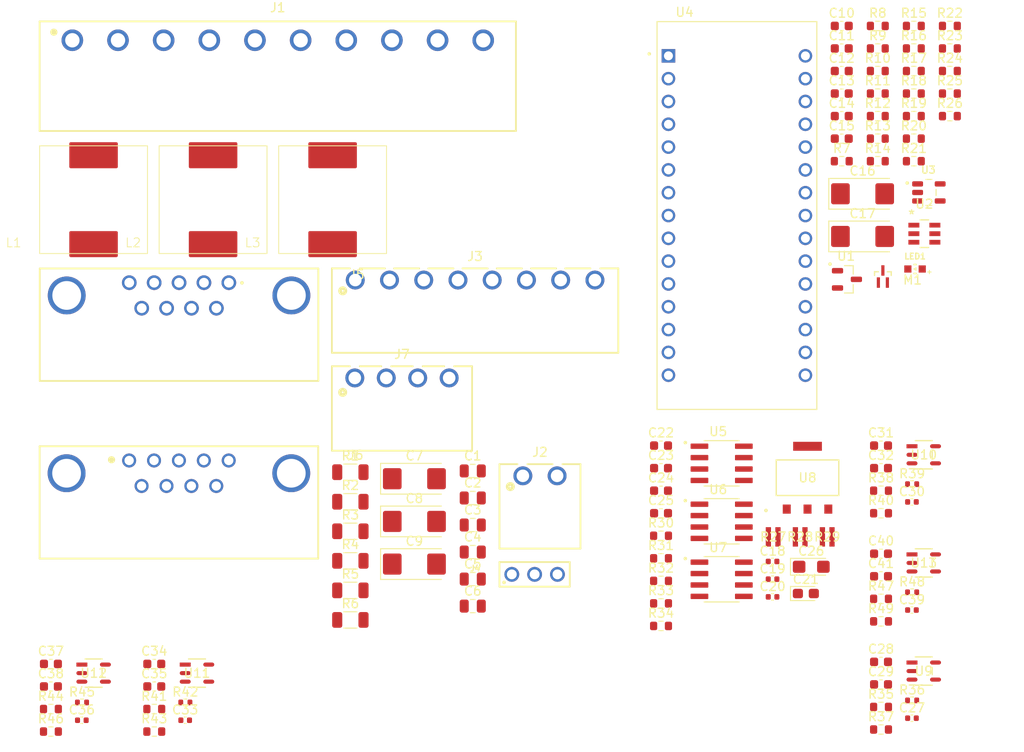
<source format=kicad_pcb>
(kicad_pcb (version 20241229) (generator "pcbnew") (generator_version "9.0")
  (layers (0 "F.Cu" signal) (2 "B.Cu" signal) (13 "F.Paste" user) (15 "B.Paste" user) (5 "F.SilkS" user "F.Silkscreen") (7 "B.SilkS" user "B.Silkscreen") (1 "F.Mask" user) (3 "B.Mask" user) (25 "Edge.Cuts" user))
  (net 0 "")
  (net 1 "/P5V_IN")
  (net 2 "/5V_RTN")
  (net 3 "/M5V_IN")
  (net 4 "/+12V_RTN")
  (net 5 "/P12V_IN")
  (net 6 "Net-(C7-Pad2)")
  (net 7 "Net-(C8-Pad1)")
  (net 8 "Net-(C9-Pad2)")
  (net 9 "/ARDUINO_CKT/A_REF")
  (net 10 "/P5V")
  (net 11 "/ARDUINO_CKT/3p3V")
  (net 12 "Net-(C15-Pad1)")
  (net 13 "/V_Bias_2")
  (net 14 "/V_Bias_1")
  (net 15 "/Telemetry_CKT/P3p3V")
  (net 16 "/A1")
  (net 17 "/A0")
  (net 18 "/A2")
  (net 19 "Net-(U8-SET)")
  (net 20 "Net-(U9--IN)")
  (net 21 "Net-(U9-OUT)")
  (net 22 "/A3")
  (net 23 "Net-(U10-OUT)")
  (net 24 "Net-(U10--IN)")
  (net 25 "/A4")
  (net 26 "Net-(U11-OUT)")
  (net 27 "Net-(U11--IN)")
  (net 28 "/A5")
  (net 29 "Net-(U12-OUT)")
  (net 30 "Net-(U12--IN)")
  (net 31 "/A6")
  (net 32 "Net-(U13-OUT)")
  (net 33 "Net-(U13--IN)")
  (net 34 "/A7")
  (net 35 "/V_TELEM_3_IN")
  (net 36 "/V_TELEM_1_IN")
  (net 37 "/V_TELEM_4_IN")
  (net 38 "/V_TELEM_2_IN")
  (net 39 "/V_TELEM_5_IN")
  (net 40 "/Enable+")
  (net 41 "/Enable-")
  (net 42 "/-5V")
  (net 43 "/+5V")
  (net 44 "/+12V")
  (net 45 "/Bias_Out")
  (net 46 "/DAC_V_OUT")
  (net 47 "/M5V_to_LOAD")
  (net 48 "GNDREF")
  (net 50 "/P5V_to_LOAD")
  (net 51 "/P12V_to_LOAD")
  (net 53 "Net-(L1-Pad1)")
  (net 54 "Net-(L2-Pad1)")
  (net 55 "Net-(L3-Pad1)")
  (net 56 "Net-(LED1-Pad2)")
  (net 57 "Net-(LED1-Pad1)")
  (net 58 "Net-(M1-Pad1)")
  (net 59 "/ARDUINO_CKT/MOSI")
  (net 60 "Net-(U2-DIN)")
  (net 61 "/ARDUINO_CKT/SCLK")
  (net 62 "Net-(U2-SCLK)")
  (net 63 "Net-(U2-*SYNC)")
  (net 64 "/ARDUINO_CKT/DAC_SYNC")
  (net 65 "Net-(U4-A1)")
  (net 66 "Net-(U4-A3)")
  (net 67 "Net-(U4-A5)")
  (net 68 "Net-(U4-A7)")
  (net 69 "Net-(U2-VOUT)")
  (net 70 "Net-(U4-A0)")
  (net 71 "Net-(U4-A2)")
  (net 72 "Net-(U4-A4)")
  (net 73 "Net-(U4-A6)")
  (net 74 "Net-(U4-D6)")
  (net 75 "Net-(U4-D5)")
  (net 76 "Net-(U4-D12)")
  (net 77 "Net-(U4-D8)")
  (net 78 "/ARDUINO_CKT/EN_Signal")
  (net 79 "Net-(U5-OUT)")
  (net 80 "Net-(U6-OUT)")
  (net 81 "Net-(U7-OUT)")
  (net 82 "Net-(U9-+IN)")
  (net 83 "Net-(U10-+IN)")
  (net 84 "Net-(U11-+IN)")
  (net 85 "Net-(U12-+IN)")
  (net 86 "Net-(U13-+IN)")
  (footprint "Foil_Resistors:RES_FCSL20_OHM-L" (layer "F.Cu") (at 154.7249 123.9573)
    (property "Reference" "R28" (at 0 0 0) (layer "F.SilkS"))
    (property "Value" "FCSL20R010FER")
    (pad "1" smd rect (at -0.5334 0) (size 0.5842 2.159) (layers "F.Cu" "F.Mask" "F.Paste") (net 50 "/P5V_to_LOAD"))
    (pad "2" smd rect (at 0.5334 0) (size 0.5842 2.159) (layers "F.Cu" "F.Mask" "F.Paste") (net 1 "/P5V_IN"))
  )
  (footprint "Capacitor_SMD:C_0603_1608Metric" (layer "F.Cu") (at 139.24 113.795)
    (property "Reference" "C22" (at 0 -1.43 0) (layer "F.SilkS"))
    (property "Value" "1uF")
    (pad "1" smd roundrect (at -0.775 0) (size 0.9 0.95) (layers "F.Cu" "F.Mask" "F.Paste") (net 16 "/A1"))
    (pad "2" smd roundrect (at 0.775 0) (size 0.9 0.95) (layers "F.Cu" "F.Mask" "F.Paste") (net 2 "/5V_RTN"))
  )
  (footprint "Texas Instruments:INA28x_8SOIC" (layer "F.Cu") (at 145.985 115.7675)
    (property "Reference" "U5" (at -0.385 -3.537 0) (layer "F.SilkS"))
    (property "Value" "INA28x")
    (pad "1" smd roundrect (at -2.47 -1.905) (size 1.97 0.6) (layers "F.Cu" "F.Mask" "F.Paste") (roundrect_rratio 0.125) (net 51 "/P12V_to_LOAD"))
    (pad "2" smd roundrect (at -2.47 -0.635) (size 1.97 0.6) (layers "F.Cu" "F.Mask" "F.Paste") (roundrect_rratio 0.125) (net 2 "/5V_RTN"))
    (pad "3" smd roundrect (at -2.47 0.635) (size 1.97 0.6) (layers "F.Cu" "F.Mask" "F.Paste") (roundrect_rratio 0.125) (net 2 "/5V_RTN"))
    (pad "4" smd roundrect (at -2.47 1.905) (size 1.97 0.6) (layers "F.Cu" "F.Mask" "F.Paste") (roundrect_rratio 0.125))
    (pad "5" smd roundrect (at 2.47 1.905) (size 1.97 0.6) (layers "F.Cu" "F.Mask" "F.Paste") (roundrect_rratio 0.125) (net 79 "Net-(U5-OUT)"))
    (pad "6" smd roundrect (at 2.47 0.635) (size 1.97 0.6) (layers "F.Cu" "F.Mask" "F.Paste") (roundrect_rratio 0.125) (net 15 "/Telemetry_CKT/P3p3V"))
    (pad "7" smd roundrect (at 2.47 -0.635) (size 1.97 0.6) (layers "F.Cu" "F.Mask" "F.Paste") (roundrect_rratio 0.125) (net 2 "/5V_RTN"))
    (pad "8" smd roundrect (at 2.47 -1.905) (size 1.97 0.6) (layers "F.Cu" "F.Mask" "F.Paste") (roundrect_rratio 0.125) (net 5 "/P12V_IN"))
  )
  (footprint "Wurth_Elektronik:742792903" (layer "F.Cu") (at 83.395 92.41)
    (property "Reference" "L2" (at -2.9 -1.2 0) (layer "F.SilkS") (effects (font (thickness 0.1))))
    (property "Value" "742792903")
    (pad "1" smd roundrect (at 6 -10.95) (size 5.4 2.9) (layers "F.Cu" "F.Mask" "F.Paste") (roundrect_rratio 0.055) (net 54 "Net-(L2-Pad1)"))
    (pad "2" smd roundrect (at 6 -1.05) (size 5.4 2.9) (layers "F.Cu" "F.Mask" "F.Paste") (roundrect_rratio 0.055) (net 3 "/M5V_IN"))
  )
  (footprint "Capacitor_SMD:C_0603_1608Metric" (layer "F.Cu") (at 163.72 140.385)
    (property "Reference" "C29" (at 0 -1.43 0) (layer "F.SilkS"))
    (property "Value" "1uF")
    (pad "1" smd roundrect (at -0.775 0) (size 0.9 0.95) (layers "F.Cu" "F.Mask" "F.Paste") (net 2 "/5V_RTN"))
    (pad "2" smd roundrect (at 0.775 0) (size 0.9 0.95) (layers "F.Cu" "F.Mask" "F.Paste") (net 22 "/A3"))
  )
  (footprint "Analog_Devices:S_5_ADI" (layer "F.Cu") (at 168.4748 114.818)
    (property "Reference" "U10" (at 0 0 0) (layer "F.SilkS"))
    (property "Value" "LTC2050HVCS5-TRMPBF")
    (pad "1" smd rect (at -1.31 -0.950001) (size 1.2192 0.4572) (layers "F.Cu" "F.Mask" "F.Paste") (net 23 "Net-(U10-OUT)"))
    (pad "2" smd oval (at -1.31 0) (size 1.2192 0.4572) (layers "F.Cu" "F.Mask" "F.Paste") (net 2 "/5V_RTN"))
    (pad "3" smd oval (at -1.31 0.950001) (size 1.2192 0.4572) (layers "F.Cu" "F.Mask" "F.Paste") (net 83 "Net-(U10-+IN)"))
    (pad "4" smd oval (at 1.31 0.950001) (size 1.2192 0.4572) (layers "F.Cu" "F.Mask" "F.Paste") (net 24 "Net-(U10--IN)"))
    (pad "5" smd oval (at 1.31 -0.950001) (size 1.2192 0.4572) (layers "F.Cu" "F.Mask" "F.Paste") (net 15 "/Telemetry_CKT/P3p3V"))
  )
  (footprint "Resistor_SMD:R_0603_1608Metric" (layer "F.Cu") (at 163.72 118.815)
    (property "Reference" "R38" (at 0 -1.43 0) (layer "F.SilkS"))
    (property "Value" "24.9")
    (pad "1" smd roundrect (at -0.825 0) (size 0.8 0.95) (layers "F.Cu" "F.Mask" "F.Paste") (net 38 "/V_TELEM_2_IN"))
    (pad "2" smd roundrect (at 0.825 0) (size 0.8 0.95) (layers "F.Cu" "F.Mask" "F.Paste") (net 83 "Net-(U10-+IN)"))
  )
  (footprint "Capacitor_SMD:C_0402_1005Metric" (layer "F.Cu") (at 167.16 132.105)
    (property "Reference" "C39" (at 0 -1.16 0) (layer "F.SilkS"))
    (property "Value" "0.1uF")
    (pad "1" smd roundrect (at -0.48 0) (size 0.56 0.62) (layers "F.Cu" "F.Mask" "F.Paste") (net 33 "Net-(U13--IN)"))
    (pad "2" smd roundrect (at 0.48 0) (size 0.56 0.62) (layers "F.Cu" "F.Mask" "F.Paste") (net 32 "Net-(U13-OUT)"))
  )
  (footprint "Resistor_SMD:R_0603_1608Metric" (layer "F.Cu") (at 163.36 82.125)
    (property "Reference" "R14" (at 0 -1.43 0) (layer "F.SilkS"))
    (property "Value" "24.9")
    (pad "1" smd roundrect (at -0.825 0) (size 0.8 0.95) (layers "F.Cu" "F.Mask" "F.Paste") (net 69 "Net-(U2-VOUT)"))
    (pad "2" smd roundrect (at 0.825 0) (size 0.8 0.95) (layers "F.Cu" "F.Mask" "F.Paste") (net 12 "Net-(C15-Pad1)"))
  )
  (footprint "Resistor_SMD:R_0603_1608Metric" (layer "F.Cu") (at 167.37 77.105)
    (property "Reference" "R19" (at 0 -1.43 0) (layer "F.SilkS"))
    (property "Value" "24.9")
    (pad "1" smd roundrect (at -0.825 0) (size 0.8 0.95) (layers "F.Cu" "F.Mask" "F.Paste") (net 12 "Net-(C15-Pad1)"))
    (pad "2" smd roundrect (at 0.825 0) (size 0.8 0.95) (layers "F.Cu" "F.Mask" "F.Paste") (net 46 "/DAC_V_OUT"))
  )
  (footprint "Capacitor_SMD:C_0603_1608Metric" (layer "F.Cu") (at 159.35 72.085)
    (property "Reference" "C12" (at 0 -1.43 0) (layer "F.SilkS"))
    (property "Value" "1uF")
    (pad "1" smd roundrect (at -0.775 0) (size 0.9 0.95) (layers "F.Cu" "F.Mask" "F.Paste") (net 9 "/ARDUINO_CKT/A_REF"))
    (pad "2" smd roundrect (at 0.775 0) (size 0.9 0.95) (layers "F.Cu" "F.Mask" "F.Paste") (net 2 "/5V_RTN"))
  )
  (footprint "Capacitor_SMD:C_0402_1005Metric" (layer "F.Cu") (at 151.65 128.665)
    (property "Reference" "C19" (at 0 -1.16 0) (layer "F.SilkS"))
    (property "Value" "0.1uF")
    (pad "1" smd roundrect (at -0.48 0) (size 0.56 0.62) (layers "F.Cu" "F.Mask" "F.Paste") (net 15 "/Telemetry_CKT/P3p3V"))
    (pad "2" smd roundrect (at 0.48 0) (size 0.56 0.62) (layers "F.Cu" "F.Mask" "F.Paste") (net 2 "/5V_RTN"))
  )
  (footprint "Analog_Devices:S_5_ADI" (layer "F.Cu") (at 168.4748 126.858)
    (property "Reference" "U13" (at 0 0 0) (layer "F.SilkS"))
    (property "Value" "LTC2050HVCS5-TRMPBF")
    (pad "1" smd rect (at -1.31 -0.950001) (size 1.2192 0.4572) (layers "F.Cu" "F.Mask" "F.Paste") (net 32 "Net-(U13-OUT)"))
    (pad "2" smd oval (at -1.31 0) (size 1.2192 0.4572) (layers "F.Cu" "F.Mask" "F.Paste") (net 2 "/5V_RTN"))
    (pad "3" smd oval (at -1.31 0.950001) (size 1.2192 0.4572) (layers "F.Cu" "F.Mask" "F.Paste") (net 86 "Net-(U13-+IN)"))
    (pad "4" smd oval (at 1.31 0.950001) (size 1.2192 0.4572) (layers "F.Cu" "F.Mask" "F.Paste") (net 33 "Net-(U13--IN)"))
    (pad "5" smd oval (at 1.31 -0.950001) (size 1.2192 0.4572) (layers "F.Cu" "F.Mask" "F.Paste") (net 15 "/Telemetry_CKT/P3p3V"))
  )
  (footprint "Capacitor_SMD:C_0603_1608Metric" (layer "F.Cu") (at 159.35 69.575)
    (property "Reference" "C11" (at 0 -1.43 0) (layer "F.SilkS"))
    (property "Value" "0.1uF")
    (pad "1" smd roundrect (at -0.775 0) (size 0.9 0.95) (layers "F.Cu" "F.Mask" "F.Paste") (net 9 "/ARDUINO_CKT/A_REF"))
    (pad "2" smd roundrect (at 0.775 0) (size 0.9 0.95) (layers "F.Cu" "F.Mask" "F.Paste") (net 2 "/5V_RTN"))
  )
  (footprint "Resistor_SMD:R_0603_1608Metric" (layer "F.Cu") (at 71.35 143.125)
    (property "Reference" "R44" (at 0 -1.43 0) (layer "F.SilkS"))
    (property "Value" "24.9")
    (pad "1" smd roundrect (at -0.825 0) (size 0.8 0.95) (layers "F.Cu" "F.Mask" "F.Paste") (net 37 "/V_TELEM_4_IN"))
    (pad "2" smd roundrect (at 0.825 0) (size 0.8 0.95) (layers "F.Cu" "F.Mask" "F.Paste") (net 85 "Net-(U12-+IN)"))
  )
  (footprint "Capacitor_SMD:C_0402_1005Metric" (layer "F.Cu") (at 151.65 126.695)
    (property "Reference" "C18" (at 0 -1.16 0) (layer "F.SilkS"))
    (property "Value" "0.1uF")
    (pad "1" smd roundrect (at -0.48 0) (size 0.56 0.62) (layers "F.Cu" "F.Mask" "F.Paste") (net 15 "/Telemetry_CKT/P3p3V"))
    (pad "2" smd roundrect (at 0.48 0) (size 0.56 0.62) (layers "F.Cu" "F.Mask" "F.Paste") (net 2 "/5V_RTN"))
  )
  (footprint "Analog_Dev:SOT-3_ST_LIT" (layer "F.Cu") (at 155.541 117.3707)
    (property "Reference" "U8" (at 0 0 0) (layer "F.SilkS"))
    (property "Value" "LT3080EST-PBF")
    (pad "1" smd rect (at -2.3114 3.4925) (size 0.889 1.016) (layers "F.Cu" "F.Mask" "F.Paste") (net 19 "Net-(U8-SET)"))
    (pad "2" smd rect (at 0 3.4925) (size 0.889 1.016) (layers "F.Cu" "F.Mask" "F.Paste") (net 15 "/Telemetry_CKT/P3p3V"))
    (pad "3" smd rect (at 2.3114 3.4925) (size 0.889 1.016) (layers "F.Cu" "F.Mask" "F.Paste") (net 1 "/P5V_IN"))
    (pad "4" smd rect (at 0 -3.5) (size 3.2 1) (layers "F.Cu" "F.Mask" "F.Paste") (net 15 "/Telemetry_CKT/P3p3V"))
  )
  (footprint "Resistor_SMD:R_0402_1005Metric" (layer "F.Cu") (at 86.31 142.395)
    (property "Reference" "R42" (at 0 -1.17 0) (layer "F.SilkS"))
    (property "Value" "10k")
    (pad "1" smd roundrect (at -0.51 0) (size 0.54 0.64) (layers "F.Cu" "F.Mask" "F.Paste") (net 27 "Net-(U11--IN)"))
    (pad "2" smd roundrect (at 0.51 0) (size 0.54 0.64) (layers "F.Cu" "F.Mask" "F.Paste") (net 26 "Net-(U11-OUT)"))
  )
  (footprint "Analog_Devices:S_5_ADI" (layer "F.Cu") (at 168.4748 138.898)
    (property "Reference" "U9" (at 0 0 0) (layer "F.SilkS"))
    (property "Value" "LTC2050HVCS5-TRMPBF")
    (pad "1" smd rect (at -1.31 -0.950001) (size 1.2192 0.4572) (layers "F.Cu" "F.Mask" "F.Paste") (net 21 "Net-(U9-OUT)"))
    (pad "2" smd oval (at -1.31 0) (size 1.2192 0.4572) (layers "F.Cu" "F.Mask" "F.Paste") (net 2 "/5V_RTN"))
    (pad "3" smd oval (at -1.31 0.950001) (size 1.2192 0.4572) (layers "F.Cu" "F.Mask" "F.Paste") (net 82 "Net-(U9-+IN)"))
    (pad "4" smd oval (at 1.31 0.950001) (size 1.2192 0.4572) (layers "F.Cu" "F.Mask" "F.Paste") (net 20 "Net-(U9--IN)"))
    (pad "5" smd oval (at 1.31 -0.950001) (size 1.2192 0.4572) (layers "F.Cu" "F.Mask" "F.Paste") (net 15 "/Telemetry_CKT/P3p3V"))
  )
  (footprint "Wurth_Elektronik:WL-SMCW_0603" (layer "F.Cu") (at 167.505 94.13)
    (property "Reference" "LED1" (at 0 -1.4064 0) (layer "F.SilkS") (effects (font (size 0.64 0.64))))
    (property "Value" "150060VS75000")
    (fp_text user "+" (at 1.6 0.3 0) (layer "F.SilkS") (effects (font (size 0.48 0.48))))
    (pad "1" smd rect (at -0.8 0) (size 0.8 0.8) (layers "F.Cu" "F.Mask" "F.Paste") (net 57 "Net-(LED1-Pad1)"))
    (pad "2" smd rect (at 0.8 0) (size 0.8 0.8) (layers "F.Cu" "F.Mask" "F.Paste") (net 56 "Net-(LED1-Pad2)"))
  )
  (footprint "Capacitor_SMD:C_0402_1005Metric" (layer "F.Cu") (at 151.65 130.635)
    (property "Reference" "C20" (at 0 -1.16 0) (layer "F.SilkS"))
    (property "Value" "0.1uF")
    (pad "1" smd roundrect (at -0.48 0) (size 0.56 0.62) (layers "F.Cu" "F.Mask" "F.Paste") (net 15 "/Telemetry_CKT/P3p3V"))
    (pad "2" smd roundrect (at 0.48 0) (size 0.56 0.62) (layers "F.Cu" "F.Mask" "F.Paste") (net 2 "/5V_RTN"))
  )
  (footprint "Wurth_Elektronik:742792903" (layer "F.Cu") (at 70.095 92.41)
    (property "Reference" "L1" (at -2.9 -1.2 0) (layer "F.SilkS") (effects (font (thickness 0.1))))
    (property "Value" "742792903")
    (pad "1" smd roundrect (at 6 -10.95) (size 5.4 2.9) (layers "F.Cu" "F.Mask" "F.Paste") (roundrect_rratio 0.055) (net 53 "Net-(L1-Pad1)"))
    (pad "2" smd roundrect (at 6 -1.05) (size 5.4 2.9) (layers "F.Cu" "F.Mask" "F.Paste") (roundrect_rratio 0.055) (net 1 "/P5V_IN"))
  )
  (footprint "Capacitor_Tantalum_SMD:CP_EIA-3216-12_Kemet-S" (layer "F.Cu") (at 155.955 127.285)
    (property "Reference" "C26" (at 0 -1.75 0) (layer "F.SilkS"))
    (property "Value" "2.2uF")
    (pad "1" smd roundrect (at -1.35 0) (size 1.4 1.35) (layers "F.Cu" "F.Mask" "F.Paste") (roundrect_rratio 0.185185) (net 15 "/Telemetry_CKT/P3p3V"))
    (pad "2" smd roundrect (at 1.35 0) (size 1.4 1.35) (layers "F.Cu" "F.Mask" "F.Paste") (roundrect_rratio 0.185185) (net 2 "/5V_RTN"))
  )
  (footprint "Resistor_SMD:R_0603_1608Metric" (layer "F.Cu") (at 167.37 69.575)
    (property "Reference" "R16" (at 0 -1.43 0) (layer "F.SilkS"))
    (property "Value" "24.9")
    (pad "1" smd roundrect (at -0.825 0) (size 0.8 0.95) (layers "F.Cu" "F.Mask" "F.Paste") (net 18 "/A2"))
    (pad "2" smd roundrect (at 0.825 0) (size 0.8 0.95) (layers "F.Cu" "F.Mask" "F.Paste") (net 71 "Net-(U4-A2)"))
  )
  (footprint "Resistor_SMD:R_0603_1608Metric" (layer "F.Cu") (at 139.24 126.345)
    (property "Reference" "R31" (at 0 -1.43 0) (layer "F.SilkS"))
    (property "Value" "24.9")
    (pad "1" smd roundrect (at -0.825 0) (size 0.8 0.95) (layers "F.Cu" "F.Mask" "F.Paste") (net 80 "Net-(U6-OUT)"))
    (pad "2" smd roundrect (at 0.825 0) (size 0.8 0.95) (layers "F.Cu" "F.Mask" "F.Paste") (net 17 "/A0"))
  )
  (footprint "Capacitor_SMD:C_0603_1608Metric" (layer "F.Cu") (at 139.24 118.815)
    (property "Reference" "C24" (at 0 -1.43 0) (layer "F.SilkS"))
    (property "Value" "1uF")
    (pad "1" smd roundrect (at -0.775 0) (size 0.9 0.95) (layers "F.Cu" "F.Mask" "F.Paste") (net 18 "/A2"))
    (pad "2" smd roundrect (at 0.775 0) (size 0.9 0.95) (layers "F.Cu" "F.Mask" "F.Paste") (net 2 "/5V_RTN"))
  )
  (footprint "Wurth_Elektronik:61300311121" (layer "F.Cu") (at 125.175 128.13)
    (property "Reference" "J4" (at -6.6096 -0.6625 0) (layer "F.SilkS") (effects (font (size 0.64 0.64))))
    (property "Value" "61300311121")
    (pad "1" thru_hole circle (at -2.54 0) (size 1.65 1.65) (drill 1.1) (layers "*.Cu" "*.Mask") (net 14 "/V_Bias_1"))
    (pad "2" thru_hole circle (at 0 0) (size 1.65 1.65) (drill 1.1) (layers "*.Cu" "*.Mask") (net 45 "/Bias_Out"))
    (pad "3" thru_hole circle (at 2.54 0) (size 1.65 1.65) (drill 1.1) (layers "*.Cu" "*.Mask") (net 46 "/DAC_V_OUT"))
  )
  (footprint "Wurth_Elektronik:691322310002" (layer "F.Cu") (at 125.77 117.16)
    (property "Reference" "J2" (at 0 -2.635 0) (layer "F.SilkS"))
    (property "Value" "691322310002")
    (pad "1" thru_hole circle (at -1.905 0) (size 2.1 2.1) (drill 1.4) (layers "*.Cu" "*.Mask") (net 41 "/Enable-"))
    (pad "2" thru_hole circle (at 1.905 0) (size 2.1 2.1) (drill 1.4) (layers "*.Cu" "*.Mask") (net 40 "/Enable+"))
  )
  (footprint "Capacitor_Tantalum_SMD:CP_EIA-2012-12_Kemet-R" (layer "F.Cu") (at 155.355 130.265)
    (property "Reference" "C21" (at 0 -1.58 0) (layer "F.SilkS"))
    (property "Value" "1uF")
    (pad "1" smd roundrect (at -0.8875 0) (size 1.125 1.05) (layers "F.Cu" "F.Mask" "F.Paste") (roundrect_rratio 0.238095) (net 1 "/P5V_IN"))
    (pad "2" smd roundrect (at 0.8875 0) (size 1.125 1.05) (layers "F.Cu" "F.Mask" "F.Paste") (roundrect_rratio 0.238095) (net 2 "/5V_RTN"))
  )
  (footprint "Resistor_SMD:R_0603_1608Metric" (layer "F.Cu") (at 163.72 121.325)
    (property "Reference" "R40" (at 0 -1.43 0) (layer "F.SilkS"))
    (property "Value" "24.9")
    (pad "1" smd roundrect (at -0.825 0) (size 0.8 0.95) (layers "F.Cu" "F.Mask" "F.Paste") (net 23 "Net-(U10-OUT)"))
    (pad "2" smd roundrect (at 0.825 0) (size 0.8 0.95) (layers "F.Cu" "F.Mask" "F.Paste") (net 25 "/A4"))
  )
  (footprint "Capacitor_SMD:C_0805_2012Metric" (layer "F.Cu") (at 118.29 131.665)
    (property "Reference" "C6" (at 0 -1.68 0) (layer "F.SilkS"))
    (property "Value" "1uF")
    (pad "1" smd roundrect (at -0.95 0) (size 1 1.45) (layers "F.Cu" "F.Mask" "F.Paste") (net 4 "/+12V_RTN"))
    (pad "2" smd roundrect (at 0.95 0) (size 1 1.45) (layers "F.Cu" "F.Mask" "F.Paste") (net 5 "/P12V_IN"))
  )
  (footprint "Resistor_SMD:R_0603_1608Metric" (layer "F.Cu") (at 171.38 69.575)
    (property "Reference" "R23" (at 0 -1.43 0) (layer "F.SilkS"))
    (property "Value" "1.2k")
    (pad "1" smd roundrect (at -0.825 0) (size 0.8 0.95) (layers "F.Cu" "F.Mask" "F.Paste") (net 77 "Net-(U4-D8)"))
    (pad "2" smd roundrect (at 0.825 0) (size 0.8 0.95) (layers "F.Cu" "F.Mask" "F.Paste") (net 78 "/ARDUINO_CKT/EN_Signal"))
  )
  (footprint "Resistor_SMD:R_1206_3216Metric" (layer "F.Cu") (at 104.67 116.755)
    (property "Reference" "R1" (at 0 -1.82 0) (layer "F.SilkS"))
    (property "Value" "1")
    (pad "1" smd roundrect (at -1.4625 0) (size 1.125 1.75) (layers "F.Cu" "F.Mask" "F.Paste") (roundrect_rratio 0.222222) (net 43 "/+5V"))
    (pad "2" smd roundrect (at 1.4625 0) (size 1.125 1.75) (layers "F.Cu" "F.Mask" "F.Paste") (roundrect_rratio 0.222222) (net 53 "Net-(L1-Pad1)"))
  )
  (footprint "Resistor_SMD:R_0603_1608Metric" (layer "F.Cu") (at 163.72 145.405)
    (property "Reference" "R37" (at 0 -1.43 0) (layer "F.SilkS"))
    (property "Value" "24.9")
    (pad "1" smd roundrect (at -0.825 0) (size 0.8 0.95) (layers "F.Cu" "F.Mask" "F.Paste") (net 21 "Net-(U9-OUT)"))
    (pad "2" smd roundrect (at 0.825 0) (size 0.8 0.95) (layers "F.Cu" "F.Mask" "F.Paste") (net 22 "/A3"))
  )
  (footprint "Capacitor_SMD:C_0603_1608Metric" (layer "F.Cu") (at 82.85 140.615)
    (property "Reference" "C35" (at 0 -1.43 0) (layer "F.SilkS"))
    (property "Value" "1uF")
    (pad "1" smd roundrect (at -0.775 0) (size 0.9 0.95) (layers "F.Cu" "F.Mask" "F.Paste") (net 2 "/5V_RTN"))
    (pad "2" smd roundrect (at 0.775 0) (size 0.9 0.95) (layers "F.Cu" "F.Mask" "F.Paste") (net 28 "/A5"))
  )
  (footprint "Resistor_SMD:R_0603_1608Metric" (layer "F.Cu") (at 167.37 82.125)
    (property "Reference" "R21" (at 0 -1.43 0) (layer "F.SilkS"))
    (property "Value" "24.9")
    (pad "1" smd roundrect (at -0.825 0) (size 0.8 0.95) (layers "F.Cu" "F.Mask" "F.Paste") (net 75 "Net-(U4-D5)"))
    (pad "2" smd roundrect (at 0.825 0) (size 0.8 0.95) (layers "F.Cu" "F.Mask" "F.Paste") (net 13 "/V_Bias_2"))
  )
  (footprint "Capacitor_SMD:C_0603_1608Metric" (layer "F.Cu") (at 163.72 137.875)
    (property "Reference" "C28" (at 0 -1.43 0) (layer "F.SilkS"))
    (property "Value" "0.1uF")
    (pad "1" smd roundrect (at -0.775 0) (size 0.9 0.95) (layers "F.Cu" "F.Mask" "F.Paste") (net 15 "/Telemetry_CKT/P3p3V"))
    (pad "2" smd roundrect (at 0.775 0) (size 0.9 0.95) (layers "F.Cu" "F.Mask" "F.Paste") (net 2 "/5V_RTN"))
  )
  (footprint "Resistor_SMD:R_0603_1608Metric" (layer "F.Cu") (at 163.36 74.595)
    (property "Reference" "R11" (at 0 -1.43 0) (layer "F.SilkS"))
    (property "Value" "24.9")
    (pad "1" smd roundrect (at -0.825 0) (size 0.8 0.95) (layers "F.Cu" "F.Mask" "F.Paste") (net 22 "/A3"))
    (pad "2" smd roundrect (at 0.825 0) (size 0.8 0.95) (layers "F.Cu" "F.Mask" "F.Paste") (net 66 "Net-(U4-A3)"))
  )
  (footprint "Resistor_SMD:R_1206_3216Metric" (layer "F.Cu") (at 104.67 123.335)
    (property "Reference" "R3" (at 0 -1.82 0) (layer "F.SilkS"))
    (property "Value" "1")
    (pad "1" smd roundrect (at -1.4625 0) (size 1.125 1.75) (layers "F.Cu" "F.Mask" "F.Paste") (roundrect_rratio 0.222222) (net 44 "/+12V"))
    (pad "2" smd roundrect (at 1.4625 0) (size 1.125 1.75) (layers "F.Cu" "F.Mask" "F.Paste") (roundrect_rratio 0.222222) (net 55 "Net-(L3-Pad1)"))
  )
  (footprint "Resistor_SMD:R_0402_1005Metric" (layer "F.Cu") (at 167.18 118.085)
    (property "Reference" "R39" (at 0 -1.17 0) (layer "F.SilkS"))
    (property "Value" "10k")
    (pad "1" smd roundrect (at -0.51 0) (size 0.54 0.64) (layers "F.Cu" "F.Mask" "F.Paste") (net 24 "Net-(U10--IN)"))
    (pad "2" smd roundrect (at 0.51 0) (size 0.54 0.64) (layers "F.Cu" "F.Mask" "F.Paste") (net 23 "Net-(U10-OUT)"))
  )
  (footprint "Resistor_SMD:R_0603_1608Metric" (layer "F.Cu") (at 139.24 128.855)
    (property "Reference" "R32" (at 0 -1.43 0) (layer "F.SilkS"))
    (property "Value" "24.9")
    (pad "1" smd roundrect (at -0.825 0) (size 0.8 0.95) (layers "F.Cu" "F.Mask" "F.Paste") (net 81 "Net-(U7-OUT)"))
    (pad "2" smd roundrect (at 0.825 0) (size 0.8 0.95) (layers "F.Cu" "F.Mask" "F.Paste") (net 18 "/A2"))
  )
  (footprint "Texas Instruments:MK06A" (layer "F.Cu") (at 168.5432 90.1969)
    (property "Reference" "U2" (at 0 -3.302 0) (layer "F.SilkS"))
    (property "Value" "DAC121S101CIMKX/NOPB")
    (fp_text user "*" (at -1.4224 -2.1057 0) (layer "F.SilkS"))
    (pad "1" smd rect (at -1.1684 -0.950001) (size 1.2192 0.5334) (layers "F.Cu" "F.Mask" "F.Paste") (net 69 "Net-(U2-VOUT)"))
    (pad "2" smd rect (at -1.1684 0) (size 1.2192 0.5334) (layers "F.Cu" "F.Mask" "F.Paste") (net 2 "/5V_RTN"))
    (pad "3" smd rect (at -1.1684 0.950001) (size 1.2192 0.5334) (layers "F.Cu" "F.Mask" "F.Paste") (net 10 "/P5V"))
    (pad "4" smd rect (at 1.1684 0.950001) (size 1.2192 0.5334) (layers "F.Cu" "F.Mask" "F.Paste") (net 60 "Net-(U2-DIN)"))
    (pad "5" smd rect (at 1.1684 0) (size 1.2192 0.5334) (layers "F.Cu" "F.Mask" "F.Paste") (net 62 "Net-(U2-SCLK)"))
    (pad "6" smd rect (at 1.1684 -0.950001) (size 1.2192 0.5334) (layers "F.Cu" "F.Mask" "F.Paste") (net 63 "Net-(U2-*SYNC)"))
  )
  (footprint "Analog_Dev:AD1584ARTZ-Reel7" (layer "F.Cu") (at 159.926978 95.281978)
    (property "Reference" "U1" (at -0.0921 -2.5871 0) (layer "F.SilkS"))
    (property "Value" "AD1584ARTZ-REEL7")
    (pad "1" smd roundrect (at -1.05 -0.96) (size 1.25 0.61) (layers "F.Cu" "F.Mask" "F.Paste") (net 9 "/ARDUINO_CKT/A_REF"))
    (pad "2" smd roundrect (at -1.05 0.96) (size 1.25 0.61) (layers "F.Cu" "F.Mask" "F.Paste") (net 2 "/5V_RTN"))
    (pad "3" smd roundrect (at 1.05 0) (size 1.25 0.61) (layers "F.Cu" "F.Mask" "F.Paste") (net 10 "/P5V"))
  )
  (footprint "Resistor_SMD:R_0603_1608Metric" (layer "F.Cu") (at 163.36 69.575)
    (property "Reference" "R9" (at 0 -1.43 0) (layer "F.SilkS"))
    (property "Value" "24.9")
    (pad "1" smd roundrect (at -0.825 0) (size 0.8 0.95) (layers "F.Cu" "F.Mask" "F.Paste") (net 64 "/ARDUINO_CKT/DAC_SYNC"))
    (pad "2" smd roundrect (at 0.825 0) (size 0.8 0.95) (layers "F.Cu" "F.Mask" "F.Paste") (net 63 "Net-(U2-*SYNC)"))
  )
  (footprint "Resistor_SMD:R_0603_1608Metric" (layer "F.Cu") (at 163.36 72.085)
    (property "Reference" "R10" (at 0 -1.43 0) (layer "F.SilkS"))
    (property "Value" "24.9")
    (pad "1" smd roundrect (at -0.825 0) (size 0.8 0.95) (layers "F.Cu" "F.Mask" "F.Paste") (net 16 "/A1"))
    (pad "2" smd roundrect (at 0.825 0) (size 0.8 0.95) (layers "F.Cu" "F.Mask" "F.Paste") (net 65 "Net-(U4-A1)"))
  )
  (footprint "Resistor_SMD:R_0603_1608Metric" (layer "F.Cu") (at 171.38 67.065)
    (property "Reference" "R22" (at 0 -1.43 0) (layer "F.SilkS"))
    (property "Value" "634")
    (pad "1" smd roundrect (at -0.825 0) (size 0.8 0.95) (layers "F.Cu" "F.Mask" "F.Paste") (net 76 "Net-(U4-D12)"))
    (pad "2" smd roundrect (at 0.825 0) (size 0.8 0.95) (layers "F.Cu" "F.Mask" "F.Paste") (net 58 "Net-(M1-Pad1)"))
  )
  (footprint "Resistor_SMD:R_0402_1005Metric" (layer "F.Cu") (at 167.18 130.125)
    (property "Reference" "R48" (at 0 -1.17 0) (layer "F.SilkS"))
    (property "Value" "10k")
    (pad "1" smd roundrect (at -0.51 0) (size 0.54 0.64) (layers "F.Cu" "F.Mask" "F.Paste") (net 33 "Net-(U13--IN)"))
    (pad "2" smd roundrect (at 0.51 0) (size 0.54 0.64) (layers "F.Cu" "F.Mask" "F.Paste") (net 32 "Net-(U13-OUT)"))
  )
  (footprint "Capacitor_SMD:C_0603_1608Metric" (layer "F.Cu") (at 71.35 138.105)
    (property "Reference" "C37" (at 0 -1.43 0) (layer "F.SilkS"))
    (property "Value" "0.1uF")
    (pad "1" smd roundrect (at -0.775 0) (size 0.9 0.95) (layers "F.Cu" "F.Mask" "F.Paste") (net 15 "/Telemetry_CKT/P3p3V"))
    (pad "2" smd roundrect (at 0.775 0) (size 0.9 0.95) (layers "F.Cu" "F.Mask" "F.Paste") (net 2 "/5V_RTN"))
  )
  (footprint "Resistor_SMD:R_0603_1608Metric" (layer "F.Cu") (at 163.72 142.895)
    (property "Reference" "R35" (at 0 -1.43 0) (layer "F.SilkS"))
    (property "Value" "24.9")
    (pad "1" smd roundrect (at -0.825 0) (size 0.8 0.95) (layers "F.Cu" "F.Mask" "F.Paste") (net 36 "/V_TELEM_1_IN"))
    (pad "2" smd roundrect (at 0.825 0) (size 0.8 0.95) (layers "F.Cu" "F.Mask" "F.Paste") (net 82 "Net-(U9-+IN)"))
  )
  (footprint "Resistor_SMD:R_0603_1608Metric" (layer "F.Cu") (at 139.24 133.875)
    (property "Reference" "R34" (at 0 -1.43 0) (layer "F.SilkS"))
    (property "Value" "(DNI)")
    (pad "1" smd roundrect (at -0.825 0) (size 0.8 0.95) (layers "F.Cu" "F.Mask" "F.Paste") (net 15 "/Telemetry_CKT/P3p3V"))
    (pad "2" smd roundrect (at 0.825 0) (size 0.8 0.95) (layers "F.Cu" "F.Mask" "F.Paste") (net 2 "/5V_RTN"))
  )
  (footprint "Resistor_SMD:R_0402_1005Metric" (layer "F.Cu") (at 74.81 142.395)
    (property "Reference" "R45" (at 0 -1.17 0) (layer "F.SilkS"))
    (property "Value" "10k")
    (pad "1" smd roundrect (at -0.51 0) (size 0.54 0.64) (layers "F.Cu" "F.Mask" "F.Paste") (net 30 "Net-(U12--IN)"))
    (pad "2" smd roundrect (at 0.51 0) (size 0.54 0.64) (layers "F.Cu" "F.Mask" "F.Paste") (net 29 "Net-(U12-OUT)"))
  )
  (footprint "Wurth_Elektronik:691322310008" (layer "F.Cu") (at 118.55 95.36)
    (property "Reference" "J3" (at 0 -2.635 0) (layer "F.SilkS"))
    (property "Value" "691322310008")
    (pad "1" thru_hole circle (at -13.335 0) (size 2.1 2.1) (drill 1.4) (layers "*.Cu" "*.Mask") (net 44 "/+12V"))
    (pad "2" thru_hole circle (at -9.525 0) (size 2.1 2.1) (drill 1.4) (layers "*.Cu" "*.Mask") (net 4 "/+12V_RTN"))
    (pad "3" thru_hole circle (at -5.715 0) (size 2.1 2.1) (drill 1.4) (layers "*.Cu" "*.Mask") (net 44 "/+12V"))
    (pad "4" thru_hole circle (at -1.905 0) (size 2.1 2.1) (drill 1.4) (layers "*.Cu" "*.Mask") (net 4 "/+12V_RTN"))
    (pad "5" thru_hole circle (at 1.905 0) (size 2.1 2.1) (drill 1.4) (layers "*.Cu" "*.Mask") (net 42 "/-5V"))
    (pad "6" thru_hole circle (at 5.715 0) (size 2.1 2.1) (drill 1.4) (layers "*.Cu" "*.Mask") (net 2 "/5V_RTN"))
    (pad "7" thru_hole circle (at 9.525 0) (size 2.1 2.1) (drill 1.4) (layers "*.Cu" "*.Mask") (net 43 "/+5V"))
    (pad "8" thru_hole circle (at 13.335 0) (size 2.1 2.1) (drill 1.4) (layers "*.Cu" "*.Mask") (net 2 "/5V_RTN"))
  )
  (footprint "ARDUINO:A000005" (layer "F.Cu") (at 147.685 88.175)
    (property "Reference" "U4" (at -5.825 -22.635 0) (layer "F.SilkS"))
    (property "Value" "A000005")
    (pad "" np_thru_hole circle (at -7.62 -20.32) (size 1.651 1.651) (drill 1.651) (layers "*.Cu" "*.Mask"))
    (pad "" np_thru_hole circle (at -7.62 20.32) (size 1.651 1.651) (drill 1.651) (layers "*.Cu" "*.Mask"))
    (pad "" np_thru_hole circle (at 7.62 -20.32) (size 1.651 1.651) (drill 1.651) (layers "*.Cu" "*.Mask"))
    (pad "" np_thru_hole circle (at 7.62 20.32) (size 1.651 1.651) (drill 1.651) (layers "*.Cu" "*.Mask"))
    (pad "1" thru_hole rect (at -7.62 -17.78) (size 1.508 1.508) (drill 1) (layers "*.Cu" "*.Mask"))
    (pad "2" thru_hole circle (at -7.62 -15.24) (size 1.508 1.508) (drill 1) (layers "*.Cu" "*.Mask"))
    (pad "3" thru_hole circle (at -7.62 -12.7) (size 1.508 1.508) (drill 1) (layers "*.Cu" "*.Mask"))
    (pad "4" thru_hole circle (at -7.62 -10.16) (size 1.508 1.508) (drill 1) (layers "*.Cu" "*.Mask") (net 2 "/5V_RTN"))
    (pad "5" thru_hole circle (at -7.62 -7.62) (size 1.508 1.508) (drill 1) (layers "*.Cu" "*.Mask"))
    (pad "6" thru_hole circle (at -7.62 -5.08) (size 1.508 1.508) (drill 1) (layers "*.Cu" "*.Mask"))
    (pad "7" thru_hole circle (at -7.62 -2.54) (size 1.508 1.508) (drill 1) (layers "*.Cu" "*.Mask"))
    (pad "8" thru_hole circle (at -7.62 0) (size 1.508 1.508) (drill 1) (layers "*.Cu" "*.Mask") (net 75 "Net-(U4-D5)"))
    (pad "9" thru_hole circle (at -7.62 2.54) (size 1.508 1.508) (drill 1) (layers "*.Cu" "*.Mask") (net 74 "Net-(U4-D6)"))
    (pad "10" thru_hole circle (at -7.62 5.08) (size 1.508 1.508) (drill 1) (layers "*.Cu" "*.Mask"))
    (pad "11" thru_hole circle (at -7.62 7.62) (size 1.508 1.508) (drill 1) (layers "*.Cu" "*.Mask") (net 77 "Net-(U4-D8)"))
    (pad "12" thru_hole circle (at -7.62 10.16) (size 1.508 1.508) (drill 1) (layers "*.Cu" "*.Mask"))
    (pad "13" thru_hole circle (at -7.62 12.7) (size 1.508 1.508) (drill 1) (layers "*.Cu" "*.Mask") (net 64 "/ARDUINO_CKT/DAC_SYNC"))
    (pad "14" thru_hole circle (at -7.62 15.24) (size 1.508 1.508) (drill 1) (layers "*.Cu" "*.Mask") (net 59 "/ARDUINO_CKT/MOSI"))
    (pad "15" thru_hole circle (at -7.62 17.78) (size 1.508 1.508) (drill 1) (layers "*.Cu" "*.Mask") (net 76 "Net-(U4-D12)"))
    (pad "16" thru_hole circle (at 7.62 17.78) (size 1.508 1.508) (drill 1) (layers "*.Cu" "*.Mask") (net 61 "/ARDUINO_CKT/SCLK"))
    (pad "17" thru_hole circle (at 7.62 15.24) (size 1.508 1.508) (drill 1) (layers "*.Cu" "*.Mask") (net 11 "/ARDUINO_CKT/3p3V"))
    (pad "18" thru_hole circle (at 7.62 12.7) (size 1.508 1.508) (drill 1) (layers "*.Cu" "*.Mask") (net 9 "/ARDUINO_CKT/A_REF"))
    (pad "19" thru_hole circle (at 7.62 10.16) (size 1.508 1.508) (drill 1) (layers "*.Cu" "*.Mask") (net 70 "Net-(U4-A0)"))
    (pad "20" thru_hole circle (at 7.62 7.62) (size 1.508 1.508) (drill 1) (layers "*.Cu" "*.Mask") (net 65 "Net-(U4-A1)"))
    (pad "21" thru_hole circle (at 7.62 5.08) (size 1.508 1.508) (drill 1) (layers "*.Cu" "*.Mask") (net 71 "Net-(U4-A2)"))
    (pad "22" thru_hole circle (at 7.62 2.54) (size 1.508 1.508) (drill 1) (layers "*.Cu" "*.Mask") (net 66 "Net-(U4-A3)"))
    (pad "23" thru_hole circle (at 7.62 0) (size 1.508 1.508) (drill 1) (layers "*.Cu" "*.Mask") (net 72 "Net-(U4-A4)"))
    (pad "24" thru_hole circle (at 7.62 -2.54) (size 1.508 1.508) (drill 1) (layers "*.Cu" "*.Mask") (net 67 "Net-(U4-A5)"))
    (pad "25" thru_hole circle (at 7.62 -5.08) (size 1.508 1.508) (drill 1) (layers "*.Cu" "*.Mask") (net 73 "Net-(U4-A6)"))
    (pad "26" thru_hole circle (at 7.62 -7.62) (size 1.508 1.508) (drill 1) (layers "*.Cu" "*.Mask") (net 68 "Net-(U4-A7)"))
    (pad "27" thru_hole circle (at 7.62 -10.16) (size 1.508 1.508) (drill 1) (layers "*.Cu" "*.Mask"))
    (pad "28" thru_hole circle (at 7.62 -12.7) (size 1.508 1.508) (drill 1) (layers "*.Cu" "*.Mask"))
    (pad "29" thru_hole circle (at 7.62 -15.24) (size 1.508 1.508) (drill 1) (layers "*.Cu" "*.Mask") (net 2 "/5V_RTN"))
    (pad "30" thru_hole circle (at 7.62 -17.78) (size 1.508 1.508) (drill 1) (layers "*.Cu" "*.Mask"))
  )
  (footprint "Resistor_SMD:R_0603_1608Metric" (layer "F.Cu") (at 82.85 145.635)
    (property "Reference" "R43" (at 0 -1.43 0) (layer "F.SilkS"))
    (property "Value" "24.9")
    (pad "1" smd roundrect (at -0.825 0) (size 0.8 0.95) (layers "F.Cu" "F.Mask" "F.Paste") (net 26 "Net-(U11-OUT)"))
    (pad "2" smd roundrect (at 0.825 0) (size 0.8 0.95) (layers "F.Cu" "F.Mask" "F.Paste") (net 28 "/A5"))
  )
  (footprint "Resistor_SMD:R_0603_1608Metric" (layer "F.Cu") (at 82.85 143.125)
    (property "Reference" "R41" (at 0 -1.43 0) (layer "F.SilkS"))
    (property "Value" "24.9")
    (pad "1" smd roundrect (at -0.825 0) (size 0.8 0.95) (layers "F.Cu" "F.Mask" "F.Paste") (net 35 "/V_TELEM_3_IN"))
    (pad "2" smd roundrect (at 0.825 0) (size 0.8 0.95) (layers "F.Cu" "F.Mask" "F.Paste") (net 84 "Net-(U11-+IN)"))
  )
  (footprint "Wurth_Elektronik:691313510010" (layer "F.Cu") (at 96.595 68.66)
    (property "Reference" "J1" (at 0 -3.635 0) (layer "F.SilkS"))
    (property "Value" "691313510010")
    (pad "1" thru_hole circle (at -22.86 0) (size 2.4 2.4) (drill 1.6) (layers "*.Cu" "*.Mask") (net 36 "/V_TELEM_1_IN"))
    (pad "2" thru_hole circle (at -17.78 0) (size 2.4 2.4) (drill 1.6) (layers "*.Cu" "*.Mask") (net 2 "/5V_RTN"))
    (pad "3" thru_hole circle (at -12.7 0) (size 2.4 2.4) (drill 1.6) (layers "*.Cu" "*.Mask") (net 38 "/V_TELEM_2_IN"))
    (pad "4" thru_hole circle (at -7.62 0) (size 2.4 2.4) (drill 1.6) (layers "*.Cu" "*.Mask") (net 2 "/5V_RTN"))
    (pad "5" thru_hole circle (at -2.54 0) (size 2.4 2.4) (drill 1.6) (layers "*.Cu" "*.Mask") (net 35 "/V_TELEM_3_IN"))
    (pad "6" thru_hole circle (at 2.54 0) (size 2.4 2.4) (drill 1.6) (layers "*.Cu" "*.Mask") (net 2 "/5V_RTN"))
    (pad "7" thru_hole circle (at 7.62 0) (size 2.4 2.4) (drill 1.6) (layers "*.Cu" "*.Mask") (net 37 "/V_TELEM_4_IN"))
    (pad "8" thru_hole circle (at 12.7 0) (size 2.4 2.4) (drill 1.6) (layers "*.Cu" "*.Mask") (net 2 "/5V_RTN"))
    (pad "9" thru_hole circle (at 17.78 0) (size 2.4 2.4) (drill 1.6) (layers "*.Cu" "*.Mask") (net 39 "/V_TELEM_5_IN"))
    (pad "10" thru_hole circle (at 22.86 0) (size 2.4 2.4) (drill 1.6) (layers "*.Cu" "*.Mask") (net 2 "/5V_RTN"))
  )
  (footprint "Capacitor_SMD:C_0603_1608Metric" (layer "F.Cu") (at 163.72 116.305)
    (property "Reference" "C32" (at 0 -1.43 0) (layer "F.SilkS"))
    (property "Value" "1uF")
    (pad "1" smd roundrect (at -0.775 0) (size 0.9 0.95) (layers "F.Cu" "F.Mask" "F.Paste") (net 2 "/5V_RTN"))
    (pad "2" smd roundrect (at 0.775 0) (size 0.9 0.95) (layers "F.Cu" "F.Mask" "F.Paste") (net 25 "/A4"))
  )
  (footprint "Capacitor_Tantalum_SMD:CP_EIA-6032-20_AVX-F" (layer "F.Cu") (at 111.795 117.485)
    (property "Reference" "C7" (at 0 -2.55 0) (layer "F.SilkS"))
    (property "Value" "47uF")
    (pad "1" smd roundrect (at -2.4625 0) (size 2.075 2.35) (layers "F.Cu" "F.Mask" "F.Paste") (roundrect_rratio 0.120482) (net 1 "/P5V_IN"))
    (pad "2" smd roundrect (at 2.4625 0) (size 2.075 2.35) (layers "F.Cu" "F.Mask" "F.Paste") (roundrect_rratio 0.120482) (net 6 "Net-(C7-Pad2)"))
  )
  (footprint "Resistor_SMD:R_0603_1608Metric" (layer "F.Cu") (at 139.24 131.365)
    (property "Reference" "R33" (at 0 -1.43 0) (layer "F.SilkS"))
    (property "Value" "330k")
    (pad "1" smd roundrect (at -0.825 0) (size 0.8 0.95) (layers "F.Cu" "F.Mask" "F.Paste") (net 19 "Net-(U8-SET)"))
    (pad "2" smd roundrect (at 0.825 0) (size 0.8 0.95) (layers "F.Cu" "F.Mask" "F.Paste") (net 2 "/5V_RTN"))
  )
  (footprint "Capacitor_Tantalum_SMD:CP_EIA-6032-20_AVX-F" (layer "F.Cu") (at 111.795 126.985)
    (property "Reference" "C9" (at 0 -2.55 0) (layer "F.SilkS"))
    (property "Value" "47uF")
    (pad "1" smd roundrect (at -2.4625 0) (size 2.075 2.35) (layers "F.Cu" "F.Mask" "F.Paste") (roundrect_rratio 0.120482) (net 5 "/P12V_IN"))
    (pad "2" smd roundrect (at 2.4625 0) (size 2.075 2.35) (layers "F.Cu" "F.Mask" "F.Paste") (roundrect_rratio 0.120482) (net 8 "Net-(C9-Pad2)"))
  )
  (footprint "Resistor_SMD:R_0603_1608Metric" (layer "F.Cu") (at 139.24 123.835)
    (property "Reference" "R30" (at 0 -1.43 0) (layer "F.SilkS"))
    (property "Value" "24.9")
    (pad "1" smd roundrect (at -0.825 0) (size 0.8 0.95) (layers "F.Cu" "F.Mask" "F.Paste") (net 79 "Net-(U5-OUT)"))
    (pad "2" smd roundrect (at 0.825 0) (size 0.8 0.95) (layers "F.Cu" "F.Mask" "F.Paste") (net 16 "/A1"))
  )
  (footprint "Resistor_SMD:R_0603_1608Metric" (layer "F.Cu") (at 163.36 67.065)
    (property "Reference" "R8" (at 0 -1.43 0) (layer "F.SilkS"))
    (property "Value" "24.9")
    (pad "1" smd roundrect (at -0.825 0) (size 0.8 0.95) (layers "F.Cu" "F.Mask" "F.Paste") (net 61 "/ARDUINO_CKT/SCLK"))
    (pad "2" smd roundrect (at 0.825 0) (size 0.8 0.95) (layers "F.Cu" "F.Mask" "F.Paste") (net 62 "Net-(U2-SCLK)"))
  )
  (footprint "Capacitor_SMD:C_0402_1005Metric" (layer "F.Cu") (at 167.16 120.065)
    (property "Reference" "C30" (at 0 -1.16 0) (layer "F.SilkS"))
    (property "Value" "0.1uF")
    (pad "1" smd roundrect (at -0.48 0) (size 0.56 0.62) (layers "F.Cu" "F.Mask" "F.Paste") (net 24 "Net-(U10--IN)"))
    (pad "2" smd roundrect (at 0.48 0) (size 0.56 0.62) (layers "F.Cu" "F.Mask" "F.Paste") (net 23 "Net-(U10-OUT)"))
  )
  (footprint "Capacitor_SMD:C_0603_1608Metric" (layer "F.Cu") (at 71.35 140.615)
    (property "Reference" "C38" (at 0 -1.43 0) (layer "F.SilkS"))
    (property "Value" "1uF")
    (pad "1" smd roundrect (at -0.775 0) (size 0.9 0.95) (layers "F.Cu" "F.Mask" "F.Paste") (net 2 "/5V_RTN"))
    (pad "2" smd roundrect (at 0.775 0) (size 0.9 0.95) (layers "F.Cu" "F.Mask" "F.Paste") (net 31 "/A6"))
  )
  (footprint "Resistor_SMD:R_0603_1608Metric" (layer "F.Cu") (at 167.37 67.065)
    (property "Reference" "R15" (at 0 -1.43 0) (layer "F.SilkS"))
    (property "Value" "24.9")
    (pad "1" smd roundrect (at -0.825 0) (size 0.8 0.95) (layers "F.Cu" "F.Mask" "F.Paste") (net 17 "/A0"))
    (pad "2" smd roundrect (at 0.825 0) (size 0.8 0.95) (layers "F.Cu" "F.Mask" "F.Paste") (net 70 "Net-(U4-A0)"))
  )
  (footprint "Capacitor_SMD:C_0603_1608Metric" (layer "F.Cu") (at 159.35 67.065)
    (property "Reference" "C10" (at 0 -1.43 0) (layer "F.SilkS"))
    (property "Value" "0.01uF")
    (pad "1" smd roundrect (at -0.775 0) (size 0.9 0.95) (layers "F.Cu" "F.Mask" "F.Paste") (net 9 "/ARDUINO_CKT/A_REF"))
    (pad "2" smd roundrect (at 0.775 0) (size 0.9 0.95) (layers "F.Cu" "F.Mask" "F.Paste") (net 2 "/5V_RTN"))
  )
  (footprint "Capacitor_Tantalum_SMD:CP_EIA-6032-28_Kemet-C" (layer "F.Cu") (at 161.665 85.755)
    (property "Reference" "C16" (at 0 -2.55 0) (layer "F.SilkS"))
    (property "Value" "100uF")
    (pad "1" smd roundrect (at -2.4625 0) (size 2.075 2.35) (layers "F.Cu" "F.Mask" "F.Paste") (roundrect_rratio 0.120482) (net 13 "/V_Bias_2"))
    (pad "2" smd roundrect (at 2.4625 0) (size 2.075 2.35) (layers "F.Cu" "F.Mask" "F.Paste") (roundrect_rratio 0.120482) (net 2 "/5V_RTN"))
  )
  (footprint "Analog_Devices:S_5_ADI" (layer "F.Cu") (at 87.6048 139.128)
    (property "Reference" "U11" (at 0 0 0) (layer "F.SilkS"))
    (property "Value" "LTC2050HVCS5-TRMPBF")
    (pad "1" smd rect (at -1.31 -0.950001) (size 1.2192 0.4572) (layers "F.Cu" "F.Mask" "F.Paste") (net 26 "Net-(U11-OUT)"))
    (pad "2" smd oval (at -1.31 0) (size 1.2192 0.4572) (layers "F.Cu" "F.Mask" "F.Paste") (net 2 "/5V_RTN"))
    (pad "3" smd oval (at -1.31 0.950001) (size 1.2192 0.4572) (layers "F.Cu" "F.Mask" "F.Paste") (net 84 "Net-(U11-+IN)"))
    (pad "4" smd oval (at 1.31 0.950001) (size 1.2192 0.4572) (layers "F.Cu" "F.Mask" "F.Paste") (net 27 "Net-(U11--IN)"))
    (pad "5" smd oval (at 1.31 -0.950001) (size 1.2192 0.4572) (layers "F.Cu" "F.Mask" "F.Paste") (net 15 "/Telemetry_CKT/P3p3V"))
  )
  (footprint "Foil_Resistors:RES_FCSL20_OHM-L" (layer "F.Cu") (at 157.7315 123.9573)
    (property "Reference" "R29" (at 0 0 0) (layer "F.SilkS"))
    (property "Value" "FCSL20R010FER")
    (pad "1" smd rect (at -0.5334 0) (size 0.5842 2.159) (layers "F.Cu" "F.Mask" "F.Paste") (net 3 "/M5V_IN"))
    (pad "2" smd rect (at 0.5334 0) (size 0.5842 2.159) (layers "F.Cu" "F.Mask" "F.Paste") (net 47 "/M5V_to_LOAD"))
  )
  (footprint "Capacitor_SMD:C_0402_1005Metric" (layer "F.Cu") (at 86.29 144.375)
    (property "Reference" "C33" (at 0 -1.16 0) (layer "F.SilkS"))
    (property "Value" "0.1uF")
    (pad "1" smd roundrect (at -0.48 0) (size 0.56 0.62) (layers "F.Cu" "F.Mask" "F.Paste") (net 27 "Net-(U11--IN)"))
    (pad "2" smd roundrect (at 0.48 0) (size 0.56 0.62) (layers "F.Cu" "F.Mask" "F.Paste") (net 26 "Net-(U11-OUT)"))
  )
  (footprint "Resistor_SMD:R_0603_1608Metric" (layer "F.Cu") (at 163.72 133.365)
    (property "Reference" "R49" (at 0 -1.43 0) (layer "F.SilkS"))
    (property "Value" "24.9")
    (pad "1" smd roundrect (at -0.825 0) (size 0.8 0.95) (layers "F.Cu" "F.Mask" "F.Paste") (net 32 "Net-(U13-OUT)"))
    (pad "2" smd roundrect (at 0.825 0) (size 0.8 0.95) (layers "F.Cu" "F.Mask" "F.Paste") (net 34 "/A7"))
  )
  (footprint "Capacitor_Tantalum_SMD:CP_EIA-6032-20_AVX-F" (layer "F.Cu") (at 111.795 122.235)
    (property "Reference" "C8" (at 0 -2.55 0) (layer "F.SilkS"))
    (property "Value" "47uF")
    (pad "1" smd roundrect (at -2.4625 0) (size 2.075 2.35) (layers "F.Cu" "F.Mask" "F.Paste") (roundrect_rratio 0.120482) (net 7 "Net-(C8-Pad1)"))
    (pad "2" smd roundrect (at 2.4625 0) (size 2.075 2.35) (layers "F.Cu" "F.Mask" "F.Paste") (roundrect_rratio 0.120482) (net 3 "/M5V_IN"))
  )
  (footprint "Capacitor_SMD:C_0603_1608Metric" (layer "F.Cu") (at 82.85 138.105)
    (property "Reference" "C34" (at 0 -1.43 0) (layer "F.SilkS"))
    (property "Value" "0.1uF")
    (pad "1" smd roundrect (at -0.775 0) (size 0.9 0.95) (layers "F.Cu" "F.Mask" "F.Paste") (net 15 "/Telemetry_CKT/P3p3V"))
    (pad "2" smd roundrect (at 0.775 0) (size 0.9 0.95) (layers "F.Cu" "F.Mask" "F.Paste") (net 2 "/5V_RTN"))
  )
  (footprint "Resistor_SMD:R_1206_3216Metric" (layer "F.Cu") (at 104.67 129.915)
    (property "Reference" "R5" (at 0 -1.82 0) (layer "F.SilkS"))
    (property "Value" "0.5")
    (pad "1" smd roundrect (at -1.4625 0) (size 1.125 1.75) (layers "F.Cu" "F.Mask" "F.Paste") (roundrect_rratio 0.222222) (net 2 "/5V_RTN"))
    (pad "2" smd roundrect (at 1.4625 0) (size 1.125 1.75) (layers "F.Cu" "F.Mask" "F.Paste") (roundrect_rratio 0.222222) (net 7 "Net-(C8-Pad1)"))
  )
  (footprint "Foil_Resistors:RES_FCSL20_OHM-L" (layer "F.Cu") (at 151.7183 123.9573)
    (property "Reference" "R27" (at 0 0 0) (layer "F.SilkS"))
    (property "Value" "FCSL20R010FER")
    (pad "1" smd rect (at -0.5334 0) (size 0.5842 2.159) (layers "F.Cu" "F.Mask" "F.Paste") (net 51 "/P12V_to_LOAD"))
    (pad "2" smd rect (at 0.5334 0) (size 0.5842 2.159) (layers "F.Cu" "F.Mask" "F.Paste") (net 5 "/P12V_IN"))
  )
  (footprint "Capacitor_SMD:C_0805_2012Metric" (layer "F.Cu") (at 118.29 116.615)
    (property "Reference" "C1" (at 0 -1.68 0) (layer "F.SilkS"))
    (property "Value" "0.1uF")
    (pad "1" smd roundrect (at -0.95 0) (size 1 1.45) (layers "F.Cu" "F.Mask" "F.Paste") (net 2 "/5V_RTN"))
    (pad "2" smd roundrect (at 0.95 0) (size 1 1.45) (layers "F.Cu" "F.Mask" "F.Paste") (net 1 "/P5V_IN"))
  )
  (footprint "Resistor_SMD:R_0603_1608Metric" (layer "F.Cu") (at 163.72 130.855)
    (property "Reference" "R47" (at 0 -1.43 0) (layer "F.SilkS"))
    (property "Value" "24.9")
    (pad "1" smd roundrect (at -0.825 0) (size 0.8 0.95) (layers "F.Cu" "F.Mask" "F.Paste") (net 39 "/V_TELEM_5_IN"))
    (pad "2" smd roundrect (at 0.825 0) (size 0.8 0.95) (layers "F.Cu" "F.Mask" "F.Paste") (net 86 "Net-(U13-+IN)"))
  )
  (footprint "Capacitor_SMD:C_0603_1608Metric" (layer "F.Cu") (at 139.24 116.305)
    (property "Reference" "C23" (at 0 -1.43 0) (layer "F.SilkS"))
    (property "Value" "1uF")
    (pad "1" smd roundrect (at -0.775 0) (size 0.9 0.95) (layers "F.Cu" "F.Mask" "F.Paste") (net 17 "/A0"))
    (pad "2" smd roundrect (at 0.775 0) (size 0.9 0.95) (layers "F.Cu" "F.Mask" "F.Paste") (net 2 "/5V_RTN"))
  )
  (footprint "Texas Instruments:INA28x_8SOIC" (layer "F.Cu") (at 145.985 128.6775)
    (property "Reference" "U7" (at -0.385 -3.537 0) (layer "F.SilkS"))
    (property "Value" "INA28x")
    (pad "1" smd roundrect (at -2.47 -1.905) (size 1.97 0.6) (layers "F.Cu" "F.Mask" "F.Paste") (roundrect_rratio 0.125) (net 3 "/M5V_IN"))
    (pad "2" smd roundrect (at -2.47 -0.635) (size 1.97 0.6) (layers "F.Cu" "F.Mask" "F.Paste") (roundrect_rratio 0.125) (net 2 "/5V_RTN"))
    (pad "3" smd roundrect (at -2.47 0.635) (size 1.97 0.6) (layers "F.Cu" "F.Mask" "F.Paste") (roundrect_rratio 0.125) (net 2 "/5V_RTN"))
    (pad "4" smd roundrect (at -2.47 1.905) (size 1.97 0.6) (layers "F.Cu" "F.Mask" "F.Paste") (roundrect_rratio 0.125))
    (pad "5" smd roundrect (at 2.47 1.905) (size 1.97 0.6) (layers "F.Cu" "F.Mask" "F.Paste") (roundrect_rratio 0.125) (net 81 "Net-(U7-OUT)"))
    (pad "6" smd roundrect (at 2.47 0.635) (size 1.97 0.6) (layers "F.Cu" "F.Mask" "F.Paste") (roundrect_rratio 0.125) (net 15 "/Telemetry_CKT/P3p3V"))
    (pad "7" smd roundrect (at 2.47 -0.635) (size 1.97 0.6) (layers "F.Cu" "F.Mask" "F.Paste") (roundrect_rratio 0.125) (net 2 "/5V_RTN"))
    (pad "8" smd roundrect (at 2.47 -1.905) (size 1.97 0.6) (layers "F.Cu" "F.Mask" "F.Paste") (roundrect_rratio 0.125) (net 47 "/M5V_to_LOAD"))
  )
  (footprint "Texas Instruments:INA28x_8SOIC" (layer "F.Cu") (at 145.985 122.2225)
    (property "Reference" "U6" (at -0.385 -3.537 0) (layer "F.SilkS"))
    (property "Value" "INA28x")
    (pad "1" smd roundrect (at -2.47 -1.905) (size 1.97 0.6) (layers "F.Cu" "F.Mask" "F.Paste") (roundrect_rratio 0.125) (net 50 "/P5V_to_LOAD"))
    (pad "2" smd roundrect (at -2.47 -0.635) (size 1.97 0.6) (layers "F.Cu" "F.Mask" "F.Paste") (roundrect_rratio 0.125) (net 2 "/5V_RTN"))
    (pad "3" smd roundrect (at -2.47 0.635) (size 1.97 0.6) (layers "F.Cu" "F.Mask" "F.Paste") (roundrect_rratio 0.125) (net 2 "/5V_RTN"))
    (pad "4" smd roundrect (at -2.47 1.905) (size 1.97 0.6) (layers "F.Cu" "F.Mask" "F.Paste") (roundrect_rratio 0.125))
    (pad "5" smd roundrect (at 2.47 1.905) (size 1.97 0.6) (layers "F.Cu" "F.Mask" "F.Paste") (roundrect_rratio 0.125) (net 80 "Net-(U6-OUT)"))
    (pad "6" smd roundrect (at 2.47 0.635) (size 1.97 0.6) (layers "F.Cu" "F.Mask" "F.Paste") (roundrect_rratio 0.125) (net 15 "/Telemetry_CKT/P3p3V"))
    (pad "7" smd roundrect (at 2.47 -0.635) (size 1.97 0.6) (layers "F.Cu" "F.Mask" "F.Paste") (roundrect_rratio 0.125) (net 2 "/5V_RTN"))
    (pad "8" smd roundrect (at 2.47 -1.905) (size 1.97 0.6) (layers "F.Cu" "F.Mask" "F.Paste") (roundrect_rratio 0.125) (net 1 "/P5V_IN"))
  )
  (footprint "Wurth_Elektronik:742792903" (layer "F.Cu") (at 96.695 92.41)
    (property "Reference" "L3" (at -2.9 -1.2 0) (layer "F.SilkS") (effects (font (thickness 0.1))))
    (property "Value" "742792903")
    (pad "1" smd roundrect (at 6 -10.95) (size 5.4 2.9) (layers "F.Cu" "F.Mask" "F.Paste") (roundrect_rratio 0.055) (net 55 "Net-(L3-Pad1)"))
    (pad "2" smd roundrect (at 6 -1.05) (size 5.4 2.9) (layers "F.Cu" "F.Mask" "F.Paste") (roundrect_rratio 0.055) (net 5 "/P12V_IN"))
  )
  (footprint "Analog_Devices:S_5_ADI" (layer "F.Cu") (at 76.1048 139.128)
    (property "Reference" "U12" (at 0 0 0) (layer "F.SilkS"))
    (property "Value" "LTC2050HVCS5-TRMPBF")
    (pad "1" smd rect (at -1.31 -0.950001) (size 1.2192 0.4572) (layers "F.Cu" "F.Mask" "F.Paste") (net 29 "Net-(U12-OUT)"))
    (pad "2" smd oval (at -1.31 0) (size 1.2192 0.4572) (layers "F.Cu" "F.Mask" "F.Paste") (net 2 "/5V_RTN"))
    (pad "3" smd oval (at -1.31 0.950001) (size 1.2192 0.4572) (layers "F.Cu" "F.Mask" "F.Paste") (net 85 "Net-(U12-+IN)"))
    (pad "4" smd oval (at 1.31 0.950001) (size 1.2192 0.4572) (layers "F.Cu" "F.Mask" "F.Paste") (net 30 "Net-(U12--IN)"))
    (pad "5" smd oval (at 1.31 -0.950001) (size 1.2192 0.4572) (layers "F.Cu" "F.Mask" "F.Paste") (net 15 "/Telemetry_CKT/P3p3V"))
  )
  (footprint "Capacitor_SMD:C_0603_1608Metric" (layer "F.Cu") (at 139.24 121.325)
    (property "Reference" "C25" (at 0 -1.43 0) (layer "F.SilkS"))
    (property "Value" "0.1uF")
    (pad "1" smd roundrect (at -0.775 0) (size 0.9 0.95) (layers "F.Cu" "F.Mask" "F.Paste") (net 19 "Net-(U8-SET)"))
    (pad "2" smd roundrect (at 0.775 0) (size 0.9 0.95) (layers "F.Cu" "F.Mask" "F.Paste") (net 2 "/5V_RTN"))
  )
  (footprint "Resistor_SMD:R_0603_1608Metric" (layer "F.Cu") (at 159.35 82.125)
    (property "Reference" "R7" (at 0 -1.43 0) (layer "F.SilkS"))
    (property "Value" "24.9")
    (pad "1" smd roundrect (at -0.825 0) (size 0.8 0.95) (layers "F.Cu" "F.Mask" "F.Paste") (net 59 "/ARDUINO_CKT/MOSI"))
    (pad "2" smd roundrect (at 0.825 0) (size 0.8 0.95) (layers "F.Cu" "F.Mask" "F.Paste") (net 60 "Net-(U2-DIN)"))
  )
  (footprint "Resistor_SMD:R_0603_1608Metric" (layer "F.Cu") (at 167.37 74.595)
    (property "Reference" "R18" (at 0 -1.43 0) (layer "F.SilkS"))
    (property "Value" "24.9")
    (pad "1" smd roundrect (at -0.825 0) (size 0.8 0.95) (layers "F.Cu" "F.Mask" "F.Paste") (net 31 "/A6"))
    (pad "2" smd roundrect (at 0.825 0) (size 0.8 0.95) (layers "F.Cu" "F.Mask" "F.Paste") (net 73 "Net-(U4-A6)"))
  )
  (footprint "Toshiba_Semiconductor:SSM_TOS" (layer "F.Cu") (at 163.9252 94.965799)
    (property "Reference" "M1" (at 3.302 0.381 0) (layer "F.SilkS"))
    (property "Value" "SSM3K15AFS_LF")
    (pad "1" smd rect (at -0.499999 0.675) (size 0.3508 1.1612) (layers "F.Cu" "F.Mask" "F.Paste") (net 58 "Net-(M1-Pad1)"))
    (pad "2" smd rect (at 0.499999 0.675) (size 0.3508 1.1612) (layers "F.Cu" "F.Mask" "F.Paste") (net 2 "/5V_RTN"))
    (pad "3" smd rect (at 0 -0.675) (size 0.3508 1.1612) (layers "F.Cu" "F.Mask" "F.Paste") (net 57 "Net-(LED1-Pad1)"))
  )
  (footprint "Capacitor_SMD:C_0402_1005Metric" (layer "F.Cu") (at 74.79 144.375)
    (property "Reference" "C36" (at 0 -1.16 0) (layer "F.SilkS"))
    (property "Value" "0.1uF")
    (pad "1" smd roundrect (at -0.48 0) (size 0.56 0.62) (layers "F.Cu" "F.Mask" "F.Paste") (net 30 "Net-(U12--IN)"))
    (pad "2" smd roundrect (at 0.48 0) (size 0.56 0.62) (layers "F.Cu" "F.Mask" "F.Paste") (net 29 "Net-(U12-OUT)"))
  )
  (footprint "Resistor_SMD:R_1206_3216Metric" (layer "F.Cu") (at 104.67 133.205)
    (property "Reference" "R6" (at 0 -1.82 0) (layer "F.SilkS"))
    (property "Value" "0.5")
    (pad "1" smd roundrect (at -1.4625 0) (size 1.125 1.75) (layers "F.Cu" "F.Mask" "F.Paste") (roundrect_rratio 0.222222) (net 4 "/+12V_RTN"))
    (pad "2" smd roundrect (at 1.4625 0) (size 1.125 1.75) (layers "F.Cu" "F.Mask" "F.Paste") (roundrect_rratio 0.222222) (net 8 "Net-(C9-Pad2)"))
  )
  (footprint "Capacitor_SMD:C_0603_1608Metric" (layer "F.Cu") (at 163.72 113.795)
    (property "Reference" "C31" (at 0 -1.43 0) (layer "F.SilkS"))
    (property "Value" "0.1uF")
    (pad "1" smd roundrect (at -0.775 0) (size 0.9 0.95) (layers "F.Cu" "F.Mask" "F.Paste") (net 15 "/Telemetry_CKT/P3p3V"))
    (pad "2" smd roundrect (at 0.775 0) (size 0.9 0.95) (layers "F.Cu" "F.Mask" "F.Paste") (net 2 "/5V_RTN"))
  )
  (footprint "Capacitor_SMD:C_0805_2012Metric" (layer "F.Cu") (at 118.29 119.625)
    (property "Reference" "C2" (at 0 -1.68 0) (layer "F.SilkS"))
    (property "Value" "0.1uF")
    (pad "1" smd roundrect (at -0.95 0) (size 1 1.45) (layers "F.Cu" "F.Mask" "F.Paste") (net 2 "/5V_RTN"))
    (pad "2" smd roundrect (at 0.95 0) (size 1 1.45) (layers "F.Cu" "F.Mask" "F.Paste") (net 3 "/M5V_IN"))
  )
  (footprint "Wurth_Elektronik:618009231121" (layer "F.Cu") (at 85.6085 103.3735)
    (property "Reference" "J5" (at 19.775 -8.615 0) (layer "F.SilkS"))
    (property "Value" "618009231121")
    (pad "1" thru_hole circle (at 5.54 -7.72) (size 1.635 1.635) (drill 1.09) (layers "*.Cu" "*.Mask") (net 2 "/5V_RTN"))
    (pad "2" thru_hole circle (at 2.77 -7.72) (size 1.635 1.635) (drill 1.09) (layers "*.Cu" "*.Mask") (net 2 "/5V_RTN"))
    (pad "3" thru_hole circle (at 0 -7.72) (size 1.635 1.635) (drill 1.09) (layers "*.Cu" "*.Mask"))
    (pad "4" thru_hole circle (at -2.77 -7.72) (size 1.635 1.635) (drill 1.09) (layers "*.Cu" "*.Mask") (net 2 "/5V_RTN"))
    (pad "5" thru_hole circle (at -5.54 -7.72) (size 1.635 1.635) (drill 1.09) (layers "*.Cu" "*.Mask") (net 2 "/5V_RTN"))
    (pad "6" thru_hole circle (at 4.155 -4.88) (size 1.635 1.635) (drill 1.09) (layers "*.Cu" "*.Mask") (net 47 "/M5V_to_LOAD"))
    (pad "7" thru_hole circle (at 1.385 -4.88) (size 1.635 1.635) (drill 1.09) (layers "*.Cu" "*.Mask") (net 47 "/M5V_to_LOAD"))
    (pad "8" thru_hole circle (at -1.385 -4.88) (size 1.635 1.635) (drill 1.09) (layers "*.Cu" "*.Mask") (net 50 "/P5V_to_LOAD"))
    (pad "9" thru_hole circle (at -4.155 -4.88) (size 1.635 1.635) (drill 1.09) (layers "*.Cu" "*.Mask") (net 50 "/P5V_to_LOAD"))
    (pad "S1" thru_hole circle (at -12.5 -6.3) (size 4.216 4.216) (drill 3.2) (layers "*.Cu" "*.Mask") (net 48 "GNDREF"))
    (pad "S2" thru_hole circle (at 12.5 -6.3) (size 4.216 4.216) (drill 3.2) (layers "*.Cu" "*.Mask") (net 48 "GNDREF"))
  )
  (footprint "Resistor_SMD:R_1206_3216Metric" (layer "F.Cu") (at 104.67 120.045)
    (property "Reference" "R2" (at 0 -1.82 0) (layer "F.SilkS"))
    (property "Value" "1")
    (pad "1" smd roundrect (at -1.4625 0) (size 1.125 1.75) (layers "F.Cu" "F.Mask" "F.Paste") (roundrect_rratio 0.222222) (net 42 "/-5V"))
    (pad "2" smd roundrect (at 1.4625 0) (size 1.125 1.75) (layers "F.Cu" "F.Mask" "F.Paste") (roundrect_rratio 0.222222) (net 54 "Net-(L2-Pad1)"))
  )
  (footprint "Wurth_Elektronik:618009231221" (layer "F.Cu") (at 85.595 123.17)
    (property "Reference" "J6" (at 19.675 -8.315 0) (layer "F.SilkS"))
    (property "Value" "618009231221")
    (pad "1" thru_hole circle (at -5.54 -7.72) (size 1.56 1.56) (drill 1.04) (layers "*.Cu" "*.Mask") (net 4 "/+12V_RTN"))
    (pad "2" thru_hole circle (at -2.77 -7.72) (size 1.56 1.56) (drill 1.04) (layers "*.Cu" "*.Mask") (net 4 "/+12V_RTN"))
    (pad "3" thru_hole circle (at 0 -7.72) (size 1.56 1.56) (drill 1.04) (layers "*.Cu" "*.Mask"))
    (pad "4" thru_hole circle (at 2.77 -7.72) (size 1.56 1.56) (drill 1.04) (layers "*.Cu" "*.Mask") (net 4 "/+12V_RTN"))
    (pad "5" thru_hole circle (at 5.54 -7.72) (size 1.56 1.56) (drill 1.04) (layers "*.Cu" "*.Mask") (net 4 "/+12V_RTN"))
    (pad "6" thru_hole circle (at -4.155 -4.88) (size 1.56 1.56) (drill 1.04) (layers "*.Cu" "*.Mask") (net 51 "/P12V_to_LOAD"))
    (pad "7" thru_hole circle (at -1.385 -4.88) (size 1.56 1.56) (drill 1.04) (layers "*.Cu" "*.Mask") (net 51 "/P12V_to_LOAD"))
    (pad "8" thru_hole circle (at 1.385 -4.88) (size 1.56 1.56) (drill 1.04) (layers "*.Cu" "*.Mask") (net 51 "/P12V_to_LOAD"))
    (pad "9" thru_hole circle (at 4.155 -4.88) (size 1.56 1.56) (drill 1.04) (layers "*.Cu" "*.Mask") (net 51 "/P12V_to_LOAD"))
    (pad "S1" thru_hole circle (at -12.5 -6.3) (size 4.216 4.216) (drill 3.2) (layers "*.Cu" "*.Mask") (net 48 "GNDREF"))
    (pad "S2" thru_hole circle (at 12.5 -6.3) (size 4.216 4.216) (drill 3.2) (layers "*.Cu" "*.Mask") (net 48 "GNDREF"))
  )
  (footprint "Capacitor_SMD:C_0603_1608Metric" (layer "F.Cu") (at 159.35 74.595)
    (property "Reference" "C13" (at 0 -1.43 0) (layer "F.SilkS"))
    (property "Value" "0.1uF")
    (pad "1" smd roundrect (at -0.775 0) (size 0.9 0.95) (layers "F.Cu" "F.Mask" "F.Paste") (net 10 "/P5V"))
    (pad "2" smd roundrect (at 0.775 0) (size 0.9 0.95) (layers "F.Cu" "F.Mask" "F.Paste") (net 2 "/5V_RTN"))
  )
  (footprint "Capacitor_SMD:C_0805_2012Metric" (layer "F.Cu") (at 118.29 122.635)
    (property "Reference" "C3" (at 0 -1.68 0) (layer "F.SilkS"))
    (property "Value" "0.1uF")
    (pad "1" smd roundrect (at -0.95 0) (size 1 1.45) (layers "F.Cu" "F.Mask" "F.Paste") (net 4 "/+12V_RTN"))
    (pad "2" smd roundrect (at 0.95 0) (size 1 1.45) (layers "F.Cu" "F.Mask" "F.Paste") (net 5 "/P12V_IN"))
  )
  (footprint "Resistor_SMD:R_0603_1608Metric" (layer "F.Cu") (at 167.37 72.085)
    (property "Reference" "R17" (at 0 -1.43 0) (layer "F.SilkS"))
    (property "Value" "24.9")
    (pad "1" smd roundrect (at -0.825 0) (size 0.8 0.95) (layers "F.Cu" "F.Mask" "F.Paste") (net 25 "/A4"))
    (pad "2" smd roundrect (at 0.825 0) (size 0.8 0.95) (layers "F.Cu" "F.Mask" "F.Paste") (net 72 "Net-(U4-A4)"))
  )
  (footprint "Capacitor_SMD:C_0603_1608Metric" (layer "F.Cu") (at 159.35 79.615)
    (property "Reference" "C15" (at 0 -1.43 0) (layer "F.SilkS"))
    (property "Value" "1uF")
    (pad "1" smd roundrect (at -0.775 0) (size 0.9 0.95) (layers "F.Cu" "F.Mask" "F.Paste") (net 12 "Net-(C15-Pad1)"))
    (pad "2" smd roundrect (at 0.775 0) (size 0.9 0.95) (layers "F.Cu" "F.Mask" "F.Paste") (net 2 "/5V_RTN"))
  )
  (footprint "Texas Instruments:SN65LVDS1DBVR" (layer "F.Cu") (at 169.045 85.605)
    (property "Reference" "U3" (at -0.06 -2.508 0) (layer "F.SilkS") (effects (font (size 0.8 0.8))))
    (property "Value" "SN65LVDS1DBVR")
    (pad "1" smd roundrect (at -1.255 -0.95) (size 1.21 0.59) (layers "F.Cu" "F.Mask" "F.Paste") (net 11 "/ARDUINO_CKT/3p3V"))
    (pad "2" smd roundrect (at -1.255 0) (size 1.21 0.59) (layers "F.Cu" "F.Mask" "F.Paste") (net 2 "/5V_RTN"))
    (pad "3" smd roundrect (at -1.255 0.95) (size 1.21 0.59) (layers "F.Cu" "F.Mask" "F.Paste") (net 41 "/Enable-"))
    (pad "4" smd roundrect (at 1.255 0.95) (size 1.21 0.59) (layers "F.Cu" "F.Mask" "F.Paste") (net 40 "/Enable+"))
    (pad "5" smd roundrect (at 1.255 -0.95) (size 1.21 0.59) (layers "F.Cu" "F.Mask" "F.Paste") (net 78 "/ARDUINO_CKT/EN_Signal"))
  )
  (footprint "Resistor_SMD:R_0603_1608Metric" (layer "F.Cu") (at 171.38 77.105)
    (property "Reference" "R26" (at 0 -1.43 0) (layer "F.SilkS"))
    (property "Value" "64.9")
    (pad "1" smd roundrect (at -0.825 0) (size 0.8 0.95) (layers "F.Cu" "F.Mask" "F.Paste") (net 11 "/ARDUINO_CKT/3p3V"))
    (pad "2" smd roundrect (at 0.825 0) (size 0.8 0.95) (layers "F.Cu" "F.Mask" "F.Paste") (net 56 "Net-(LED1-Pad2)"))
  )
  (footprint "Capacitor_SMD:C_0805_2012Metric" (layer "F.Cu") (at 118.29 128.655)
    (property "Reference" "C5" (at 0 -1.68 0) (layer "F.SilkS"))
    (property "Value" "1uF")
    (pad "1" smd roundrect (at -0.95 0) (size 1 1.45) (layers "F.Cu" "F.Mask" "F.Paste") (net 2 "/5V_RTN"))
    (pad "2" smd roundrect (at 0.95 0) (size 1 1.45) (layers "F.Cu" "F.Mask" "F.Paste") (net 3 "/M5V_IN"))
  )
  (footprint "Capacitor_SMD:C_0603_1608Metric" (layer "F.Cu") (at 163.72 125.835)
    (property "Reference" "C40" (at 0 -1.43 0) (layer "F.SilkS"))
    (property "Value" "0.1uF")
    (pad "1" smd roundrect (at -0.775 0) (size 0.9 0.95) (layers "F.Cu" "F.Mask" "F.Paste") (net 15 "/Telemetry_CKT/P3p3V"))
    (pad "2" smd roundrect (at 0.775 0) (size 0.9 0.95) (layers "F.Cu" "F.Mask" "F.Paste") (net 2 "/5V_RTN"))
  )
  (footprint "Resistor_SMD:R_0603_1608Metric" (layer "F.Cu") (at 163.36 77.105)
    (property "Reference" "R12" (at 0 -1.43 0) (layer "F.SilkS"))
    (property "Value" "24.9")
    (pad "1" smd roundrect (at -0.825 0) (size 0.8 0.95) (layers "F.Cu" "F.Mask" "F.Paste") (net 28 "/A5"))
    (pad "2" smd roundrect (at 0.825 0) (size 0.8 0.95) (layers "F.Cu" "F.Mask" "F.Paste") (net 67 "Net-(U4-A5)"))
  )
  (footprint "Resistor_SMD:R_0603_1608Metric" (layer "F.Cu") (at 71.35 145.635)
    (property "Reference" "R46" (at 0 -1.43 0) (layer "F.SilkS"))
    (property "Value" "24.9")
    (pad "1" smd roundrect (at -0.825 0) (size 0.8 0.95) (layers "F.Cu" "F.Mask" "F.Paste") (net 29 "Net-(U12-OUT)"))
    (pad "2" smd roundrect (at 0.825 0) (size 0.8 0.95) (layers "F.Cu" "F.Mask" "F.Paste") (net 31 "/A6"))
  )
  (footprint "Capacitor_Tantalum_SMD:CP_EIA-6032-28_Kemet-C" (layer "F.Cu") (at 161.665 90.505)
    (property "Reference" "C17" (at 0 -2.55 0) (layer "F.SilkS"))
    (property "Value" "100uF")
    (pad "1" smd roundrect (at -2.4625 0) (size 2.075 2.35) (layers "F.Cu" "F.Mask" "F.Paste") (roundrect_rratio 0.120482) (net 14 "/V_Bias_1"))
    (pad "2" smd roundrect (at 2.4625 0) (size 2.075 2.35) (layers "F.Cu" "F.Mask" "F.Paste") (roundrect_rratio 0.120482) (net 2 "/5V_RTN"))
  )
  (footprint "Resistor_SMD:R_0603_1608Metric" (layer "F.Cu") (at 171.38 72.085)
    (property "Reference" "R24" (at 0 -1.43 0) (layer "F.SilkS"))
    (property "Value" "3.3k")
    (pad "1" smd roundrect (at -0.825 0) (size 0.8 0.95) (layers "F.Cu" "F.Mask" "F.Paste") (net 2 "/5V_RTN"))
    (pad "2" smd roundrect (at 0.825 0) (size 0.8 0.95) (layers "F.Cu" "F.Mask" "F.Paste") (net 78 "/ARDUINO_CKT/EN_Signal"))
  )
  (footprint "Wurth_Elektronik:691322110004" (layer "F.Cu") (at 110.415 106.26)
    (property "Reference" "J7" (at 0 -2.635 0) (layer "F.SilkS"))
    (property "Value" "691322110004")
    (pad "1" thru_hole circle (at -5.25 0) (size 2.1 2.1) (drill 1.4) (layers "*.Cu" "*.Mask") (net 45 "/Bias_Out"))
    (pad "2" thru_hole circle (at -1.75 0) (size 2.1 2.1) (drill 1.4) (layers "*.Cu" "*.Mask") (net 2 "/5V_RTN"))
    (pad "3" thru_hole circle (at 1.75 0) (size 2.1 2.1) (drill 1.4) (layers "*.Cu" "*.Mask") (net 13 "/V_Bias_2"))
    (pad "4" thru_hole circle (at 5.25 0) (size 2.1 2.1) (drill 1.4) (layers "*.Cu" "*.Mask") (net 2 "/5V_RTN"))
  )
  (footprint "Capacitor_SMD:C_0402_1005Metric" (layer "F.Cu") (at 167.16 144.145)
    (property "Reference" "C27" (at 0 -1.16 0) (layer "F.SilkS"))
    (property "Value" "0.1uF")
    (pad "1" smd roundrect (at -0.48 0) (size 0.56 0.62) (layers "F.Cu" "F.Mask" "F.Paste") (net 20 "Net-(U9--IN)"))
    (pad "2" smd roundrect (at 0.48 0) (size 0.56 0.62) (layers "F.Cu" "F.Mask" "F.Paste") (net 21 "Net-(U9-OUT)"))
  )
  (footprint "Resistor_SMD:R_0603_1608Metric" (layer "F.Cu") (at 167.37 79.615)
    (property "Reference" "R20" (at 0 -1.43 0) (layer "F.SilkS"))
    (property "Value" "24.9")
    (pad "1" smd roundrect (at -0.825 0) (size 0.8 0.95) (layers "F.Cu" "F.Mask" "F.Paste") (net 74 "Net-(U4-D6)"))
    (pad "2" smd roundrect (at 0.825 0) (size 0.8 0.95) (layers "F.Cu" "F.Mask" "F.Paste") (net 14 "/V_Bias_1"))
  )
  (footprint "Capacitor_SMD:C_0603_1608Metric" (layer "F.Cu") (at 159.35 77.105)
    (property "Reference" "C14" (at 0 -1.43 0) (layer "F.SilkS"))
    (property "Value" "0.1uF")
    (pad "1" smd roundrect (at -0.775 0) (size 0.9 0.95) (layers "F.Cu" "F.Mask" "F.Paste") (net 11 "/ARDUINO_CKT/3p3V"))
    (pad "2" smd roundrect (at 0.775 0) (size 0.9 0.95) (layers "F.Cu" "F.Mask" "F.Paste") (net 2 "/5V_RTN"))
  )
  (footprint "Resistor_SMD:R_0603_1608Metric" (layer "F.Cu") (at 163.36 79.615)
    (property "Reference" "R13" (at 0 -1.43 0) (layer "F.SilkS"))
    (property "Value" "24.9")
    (pad "1" smd roundrect (at -0.825 0) (size 0.8 0.95) (layers "F.Cu" "F.Mask" "F.Paste") (net 34 "/A7"))
    (pad "2" smd roundrect (at 0.825 0) (size 0.8 0.95) (layers "F.Cu" "F.Mask" "F.Paste") (net 68 "Net-(U4-A7)"))
  )
  (footprint "Resistor_SMD:R_0603_1608Metric" (layer "F.Cu") (at 171.38 74.595)
    (property "Reference" "R25" (at 0 -1.43 0) (layer "F.SilkS"))
    (property "Value" "1k")
    (pad "1" smd roundrect (at -0.825 0) (size 0.8 0.95) (layers "F.Cu" "F.Mask" "F.Paste") (net 2 "/5V_RTN"))
    (pad "2" smd roundrect (at 0.825 0) (size 0.8 0.95) (layers "F.Cu" "F.Mask" "F.Paste") (net 58 "Net-(M1-Pad1)"))
  )
  (footprint "Resistor_SMD:R_0402_1005Metric" (layer "F.Cu") (at 167.18 142.165)
    (property "Reference" "R36" (at 0 -1.17 0) (layer "F.SilkS"))
    (property "Value" "10k")
    (pad "1" smd roundrect (at -0.51 0) (size 0.54 0.64) (layers "F.Cu" "F.Mask" "F.Paste") (net 20 "Net-(U9--IN)"))
    (pad "2" smd roundrect (at 0.51 0) (size 0.54 0.64) (layers "F.Cu" "F.Mask" "F.Paste") (net 21 "Net-(U9-OUT)"))
  )
  (footprint "Resistor_SMD:R_1206_3216Metric" (layer "F.Cu") (at 104.67 126.625)
    (property "Reference" "R4" (at 0 -1.82 0) (layer "F.SilkS"))
    (property "Value" "0.5")
    (pad "1" smd roundrect (at -1.4625 0) (size 1.125 1.75) (layers "F.Cu" "F.Mask" "F.Paste") (roundrect_rratio 0.222222) (net 2 "/5V_RTN"))
    (pad "2" smd roundrect (at 1.4625 0) (size 1.125 1.75) (layers "F.Cu" "F.Mask" "F.Paste") (roundrect_rratio 0.222222) (net 6 "Net-(C7-Pad2)"))
  )
  (footprint "Capacitor_SMD:C_0805_2012Metric" (layer "F.Cu") (at 118.29 125.645)
    (property "Reference" "C4" (at 0 -1.68 0) (layer "F.SilkS"))
    (property "Value" "1uF")
    (pad "1" smd roundrect (at -0.95 0) (size 1 1.45) (layers "F.Cu" "F.Mask" "F.Paste") (net 2 "/5V_RTN"))
    (pad "2" smd roundrect (at 0.95 0) (size 1 1.45) (layers "F.Cu" "F.Mask" "F.Paste") (net 1 "/P5V_IN"))
  )
  (footprint "Capacitor_SMD:C_0603_1608Metric" (layer "F.Cu") (at 163.72 128.345)
    (property "Reference" "C41" (at 0 -1.43 0) (layer "F.SilkS"))
    (property "Value" "1uF")
    (pad "1" smd roundrect (at -0.775 0) (size 0.9 0.95) (layers "F.Cu" "F.Mask" "F.Paste") (net 2 "/5V_RTN"))
    (pad "2" smd roundrect (at 0.775 0) (size 0.9 0.95) (layers "F.Cu" "F.Mask" "F.Paste") (net 34 "/A7"))
  )
)
</source>
